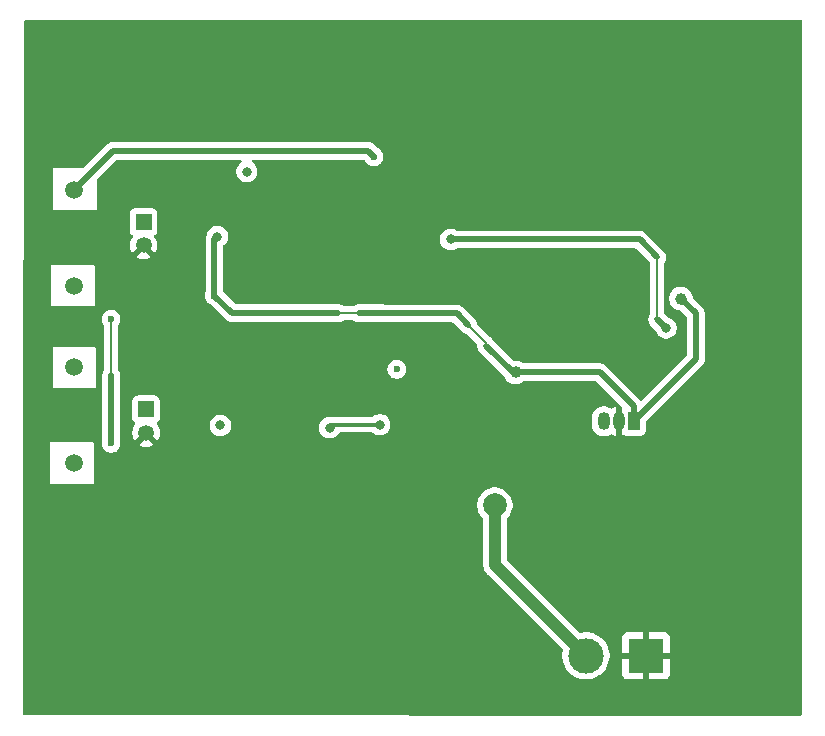
<source format=gbr>
%TF.GenerationSoftware,KiCad,Pcbnew,9.0.4*%
%TF.CreationDate,2025-09-08T12:57:19+12:00*%
%TF.ProjectId,doneIThink,646f6e65-4954-4686-996e-6b2e6b696361,rev?*%
%TF.SameCoordinates,Original*%
%TF.FileFunction,Copper,L2,Bot*%
%TF.FilePolarity,Positive*%
%FSLAX46Y46*%
G04 Gerber Fmt 4.6, Leading zero omitted, Abs format (unit mm)*
G04 Created by KiCad (PCBNEW 9.0.4) date 2025-09-08 12:57:19*
%MOMM*%
%LPD*%
G01*
G04 APERTURE LIST*
%TA.AperFunction,ComponentPad*%
%ADD10R,1.350000X1.350000*%
%TD*%
%TA.AperFunction,ComponentPad*%
%ADD11C,1.350000*%
%TD*%
%TA.AperFunction,ComponentPad*%
%ADD12R,1.050000X1.500000*%
%TD*%
%TA.AperFunction,ComponentPad*%
%ADD13O,1.050000X1.500000*%
%TD*%
%TA.AperFunction,ComponentPad*%
%ADD14R,3.000000X3.000000*%
%TD*%
%TA.AperFunction,ComponentPad*%
%ADD15C,3.000000*%
%TD*%
%TA.AperFunction,ViaPad*%
%ADD16C,0.600000*%
%TD*%
%TA.AperFunction,ViaPad*%
%ADD17C,0.800000*%
%TD*%
%TA.AperFunction,ViaPad*%
%ADD18C,1.500000*%
%TD*%
%TA.AperFunction,ViaPad*%
%ADD19C,2.000000*%
%TD*%
%TA.AperFunction,ViaPad*%
%ADD20C,1.000000*%
%TD*%
%TA.AperFunction,Conductor*%
%ADD21C,0.200000*%
%TD*%
%TA.AperFunction,Conductor*%
%ADD22C,0.300000*%
%TD*%
%TA.AperFunction,Conductor*%
%ADD23C,0.500000*%
%TD*%
%TA.AperFunction,Conductor*%
%ADD24C,1.000000*%
%TD*%
G04 APERTURE END LIST*
D10*
%TO.P,J3,1,Pin_1*%
%TO.N,/instrumentationAmp/vo*%
X180970000Y-76385000D03*
D11*
%TO.P,J3,2,Pin_2*%
%TO.N,GNDA*%
X180970000Y-78385000D03*
%TD*%
D10*
%TO.P,J7,1,Pin_1*%
%TO.N,/instrumentationAmp1/vo*%
X180750000Y-60500000D03*
D11*
%TO.P,J7,2,Pin_2*%
%TO.N,GNDA*%
X180750000Y-62500000D03*
%TD*%
D12*
%TO.P,U1,1,VO*%
%TO.N,/vp*%
X222270000Y-77390000D03*
D13*
%TO.P,U1,2,GND*%
%TO.N,GNDA*%
X221000000Y-77390000D03*
%TO.P,U1,3,VI*%
%TO.N,Net-(J1-Pin_2)*%
X219730000Y-77390000D03*
%TD*%
D14*
%TO.P,J1,1,Pin_1*%
%TO.N,GNDA*%
X223290000Y-97250000D03*
D15*
%TO.P,J1,2,Pin_2*%
%TO.N,Net-(J1-Pin_2)*%
X218210000Y-97250000D03*
%TD*%
D16*
%TO.N,/vs1_11*%
X202200000Y-73000000D03*
D17*
%TO.N,GNDA*%
X196500000Y-75250000D03*
D16*
%TO.N,/vp*%
X178000000Y-79250000D03*
X178000000Y-68750000D03*
X186750000Y-66750000D03*
%TO.N,GNDA*%
X183500000Y-65000000D03*
D18*
%TO.N,/vs1_21*%
X174855555Y-65943703D03*
D16*
%TO.N,/vs2_22*%
X200250000Y-55000000D03*
D17*
%TO.N,GNDA*%
X218250000Y-72000000D03*
X222000000Y-64250000D03*
D19*
%TO.N,Net-(J1-Pin_2)*%
X210500000Y-84500000D03*
D18*
%TO.N,/vs2_22*%
X174857240Y-57801866D03*
D17*
%TO.N,/vp*%
X187000000Y-61750000D03*
D20*
X226250000Y-67000000D03*
D17*
X189500000Y-56250000D03*
D20*
X212250000Y-73250000D03*
D17*
X187250000Y-77750000D03*
D18*
%TO.N,/vs1_11*%
X174855555Y-72795555D03*
%TO.N,/vs2_12*%
X174855555Y-80943703D03*
D17*
%TO.N,Net-(U3-V-IN)*%
X196500000Y-77935000D03*
X200750000Y-77685000D03*
%TO.N,/vRef2*%
X206750000Y-62000000D03*
X225000000Y-69500000D03*
%TD*%
D21*
%TO.N,/vp*%
X178000000Y-68750000D02*
X178000000Y-73500000D01*
D22*
%TO.N,Net-(U3-V-IN)*%
X200750000Y-77685000D02*
X196750000Y-77685000D01*
D21*
%TO.N,/vRef2*%
X224250000Y-68750000D02*
X224250000Y-63500000D01*
D23*
X224250000Y-68750000D02*
X225000000Y-69500000D01*
D21*
%TO.N,/vp*%
X208250000Y-69250000D02*
X209750000Y-70750000D01*
X209750000Y-70750000D02*
X209750000Y-71000000D01*
D23*
X207260822Y-68260822D02*
X208250000Y-69250000D01*
X201000000Y-68250000D02*
X199000000Y-68250000D01*
D21*
X199000000Y-68250000D02*
X197250000Y-68250000D01*
D23*
X201010822Y-68260822D02*
X201000000Y-68250000D01*
X207260822Y-68260822D02*
X201010822Y-68260822D01*
X188250000Y-68250000D02*
X197250000Y-68250000D01*
X178000000Y-79250000D02*
X178000000Y-73500000D01*
%TO.N,/vRef2*%
X206750000Y-62000000D02*
X222750000Y-62000000D01*
X222750000Y-62000000D02*
X224250000Y-63500000D01*
%TO.N,/vs2_22*%
X200250000Y-55000000D02*
X199750000Y-54500000D01*
X199750000Y-54500000D02*
X178159106Y-54500000D01*
X178159106Y-54500000D02*
X174857240Y-57801866D01*
%TO.N,GNDA*%
X221000000Y-64250000D02*
X220500000Y-64750000D01*
X220500000Y-69750000D02*
X218250000Y-72000000D01*
X222000000Y-64250000D02*
X221000000Y-64250000D01*
X220500000Y-64750000D02*
X220500000Y-69750000D01*
D24*
%TO.N,Net-(J1-Pin_2)*%
X210500000Y-89540000D02*
X218210000Y-97250000D01*
X210500000Y-84500000D02*
X210500000Y-89540000D01*
D23*
%TO.N,/vp*%
X227500000Y-72160000D02*
X222270000Y-77390000D01*
X187000000Y-61750000D02*
X186750000Y-62000000D01*
X227500000Y-68250000D02*
X227500000Y-72160000D01*
X226250000Y-67000000D02*
X227500000Y-68250000D01*
X186750000Y-62000000D02*
X186750000Y-66750000D01*
X219380000Y-73250000D02*
X222270000Y-76140000D01*
X222270000Y-76140000D02*
X222270000Y-77390000D01*
X212250000Y-73250000D02*
X219380000Y-73250000D01*
X188250000Y-68250000D02*
X186750000Y-66750000D01*
X212250000Y-73250000D02*
X212000000Y-73250000D01*
X212000000Y-73250000D02*
X209750000Y-71000000D01*
%TD*%
%TA.AperFunction,Conductor*%
%TO.N,GNDA*%
G36*
X236460999Y-43439671D02*
G01*
X236506754Y-43492475D01*
X236517960Y-43543986D01*
X236517960Y-102180020D01*
X236498275Y-102247059D01*
X236445471Y-102292814D01*
X236393876Y-102304020D01*
X170636307Y-102259479D01*
X170569281Y-102239749D01*
X170523562Y-102186914D01*
X170512391Y-102135232D01*
X170518338Y-99148397D01*
X170547736Y-84381902D01*
X208999500Y-84381902D01*
X208999500Y-84618097D01*
X209036446Y-84851368D01*
X209109433Y-85075996D01*
X209216657Y-85286433D01*
X209355483Y-85477510D01*
X209355485Y-85477512D01*
X209463181Y-85585208D01*
X209496666Y-85646531D01*
X209499500Y-85672889D01*
X209499500Y-89638541D01*
X209499500Y-89638543D01*
X209499499Y-89638543D01*
X209537947Y-89831829D01*
X209537950Y-89831839D01*
X209613364Y-90013907D01*
X209613371Y-90013920D01*
X209722859Y-90177780D01*
X209722860Y-90177781D01*
X209722861Y-90177782D01*
X209862218Y-90317139D01*
X209862219Y-90317139D01*
X209869286Y-90324206D01*
X209869285Y-90324206D01*
X209869289Y-90324209D01*
X216226968Y-96681888D01*
X216260453Y-96743211D01*
X216259062Y-96801660D01*
X216243733Y-96858872D01*
X216243730Y-96858884D01*
X216243730Y-96858885D01*
X216243729Y-96858892D01*
X216209500Y-97118872D01*
X216209500Y-97381127D01*
X216221423Y-97471684D01*
X216243730Y-97641116D01*
X216268745Y-97734472D01*
X216311602Y-97894418D01*
X216311605Y-97894428D01*
X216411953Y-98136690D01*
X216411958Y-98136700D01*
X216543075Y-98363803D01*
X216702718Y-98571851D01*
X216702726Y-98571860D01*
X216888140Y-98757274D01*
X216888148Y-98757281D01*
X217096196Y-98916924D01*
X217323299Y-99048041D01*
X217323309Y-99048046D01*
X217466096Y-99107190D01*
X217565581Y-99148398D01*
X217818884Y-99216270D01*
X218067188Y-99248960D01*
X218075074Y-99249999D01*
X218078880Y-99250500D01*
X218078887Y-99250500D01*
X218341113Y-99250500D01*
X218341120Y-99250500D01*
X218601116Y-99216270D01*
X218854419Y-99148398D01*
X219096697Y-99048043D01*
X219323803Y-98916924D01*
X219531851Y-98757282D01*
X219531855Y-98757277D01*
X219531860Y-98757274D01*
X219717274Y-98571860D01*
X219717277Y-98571855D01*
X219717282Y-98571851D01*
X219876924Y-98363803D01*
X220008043Y-98136697D01*
X220108398Y-97894419D01*
X220176270Y-97641116D01*
X220210500Y-97381120D01*
X220210500Y-97118880D01*
X220176270Y-96858884D01*
X220108398Y-96605581D01*
X220060523Y-96490000D01*
X220008046Y-96363309D01*
X220008041Y-96363299D01*
X219876924Y-96136196D01*
X219717281Y-95928148D01*
X219717274Y-95928140D01*
X219531860Y-95742726D01*
X219531851Y-95742718D01*
X219478989Y-95702155D01*
X221290000Y-95702155D01*
X221290000Y-97000000D01*
X222570936Y-97000000D01*
X222559207Y-97028316D01*
X222530000Y-97175147D01*
X222530000Y-97324853D01*
X222559207Y-97471684D01*
X222570936Y-97500000D01*
X221290000Y-97500000D01*
X221290000Y-98797844D01*
X221296401Y-98857372D01*
X221296403Y-98857379D01*
X221346645Y-98992086D01*
X221346649Y-98992093D01*
X221432809Y-99107187D01*
X221432812Y-99107190D01*
X221547906Y-99193350D01*
X221547913Y-99193354D01*
X221682620Y-99243596D01*
X221682627Y-99243598D01*
X221742155Y-99249999D01*
X221742172Y-99250000D01*
X223040000Y-99250000D01*
X223040000Y-97969064D01*
X223068316Y-97980793D01*
X223215147Y-98010000D01*
X223364853Y-98010000D01*
X223511684Y-97980793D01*
X223540000Y-97969064D01*
X223540000Y-99250000D01*
X224837828Y-99250000D01*
X224837844Y-99249999D01*
X224897372Y-99243598D01*
X224897379Y-99243596D01*
X225032086Y-99193354D01*
X225032093Y-99193350D01*
X225147187Y-99107190D01*
X225147190Y-99107187D01*
X225233350Y-98992093D01*
X225233354Y-98992086D01*
X225283596Y-98857379D01*
X225283598Y-98857372D01*
X225289999Y-98797844D01*
X225290000Y-98797827D01*
X225290000Y-97500000D01*
X224009064Y-97500000D01*
X224020793Y-97471684D01*
X224050000Y-97324853D01*
X224050000Y-97175147D01*
X224020793Y-97028316D01*
X224009064Y-97000000D01*
X225290000Y-97000000D01*
X225290000Y-95702172D01*
X225289999Y-95702155D01*
X225283598Y-95642627D01*
X225283596Y-95642620D01*
X225233354Y-95507913D01*
X225233350Y-95507906D01*
X225147190Y-95392812D01*
X225147187Y-95392809D01*
X225032093Y-95306649D01*
X225032086Y-95306645D01*
X224897379Y-95256403D01*
X224897372Y-95256401D01*
X224837844Y-95250000D01*
X223540000Y-95250000D01*
X223540000Y-96530935D01*
X223511684Y-96519207D01*
X223364853Y-96490000D01*
X223215147Y-96490000D01*
X223068316Y-96519207D01*
X223040000Y-96530935D01*
X223040000Y-95250000D01*
X221742155Y-95250000D01*
X221682627Y-95256401D01*
X221682620Y-95256403D01*
X221547913Y-95306645D01*
X221547906Y-95306649D01*
X221432812Y-95392809D01*
X221432809Y-95392812D01*
X221346649Y-95507906D01*
X221346645Y-95507913D01*
X221296403Y-95642620D01*
X221296401Y-95642627D01*
X221290000Y-95702155D01*
X219478989Y-95702155D01*
X219323803Y-95583075D01*
X219096700Y-95451958D01*
X219096690Y-95451953D01*
X218854428Y-95351605D01*
X218854421Y-95351603D01*
X218854419Y-95351602D01*
X218601116Y-95283730D01*
X218543339Y-95276123D01*
X218341127Y-95249500D01*
X218341120Y-95249500D01*
X218078880Y-95249500D01*
X218078872Y-95249500D01*
X217831402Y-95282081D01*
X217818884Y-95283730D01*
X217818875Y-95283732D01*
X217818872Y-95283733D01*
X217761660Y-95299062D01*
X217691810Y-95297398D01*
X217641888Y-95266968D01*
X211536819Y-89161898D01*
X211503334Y-89100575D01*
X211500500Y-89074217D01*
X211500500Y-85672889D01*
X211520185Y-85605850D01*
X211536819Y-85585208D01*
X211644517Y-85477510D01*
X211783343Y-85286433D01*
X211890568Y-85075992D01*
X211963553Y-84851368D01*
X212000500Y-84618097D01*
X212000500Y-84381902D01*
X211963553Y-84148631D01*
X211890566Y-83924003D01*
X211783342Y-83713566D01*
X211644517Y-83522490D01*
X211477510Y-83355483D01*
X211286433Y-83216657D01*
X211075996Y-83109433D01*
X210851368Y-83036446D01*
X210618097Y-82999500D01*
X210618092Y-82999500D01*
X210381908Y-82999500D01*
X210381903Y-82999500D01*
X210148631Y-83036446D01*
X209924003Y-83109433D01*
X209713566Y-83216657D01*
X209604550Y-83295862D01*
X209522490Y-83355483D01*
X209522488Y-83355485D01*
X209522487Y-83355485D01*
X209355485Y-83522487D01*
X209355485Y-83522488D01*
X209355483Y-83522490D01*
X209295862Y-83604550D01*
X209216657Y-83713566D01*
X209109433Y-83924003D01*
X209036446Y-84148631D01*
X208999500Y-84381902D01*
X170547736Y-84381902D01*
X170556359Y-80050499D01*
X170557176Y-79640014D01*
X172837240Y-79640014D01*
X172837240Y-82680014D01*
X176477240Y-82680014D01*
X176517240Y-82640014D01*
X176517240Y-79260014D01*
X176407240Y-79150014D01*
X172837240Y-79150014D01*
X172837240Y-79640014D01*
X170557176Y-79640014D01*
X170558255Y-79098405D01*
X170573263Y-71560014D01*
X173077240Y-71560014D01*
X173077240Y-74600014D01*
X176717240Y-74600014D01*
X176757240Y-74560014D01*
X176757240Y-71180014D01*
X176647240Y-71070014D01*
X173077240Y-71070014D01*
X173077240Y-71560014D01*
X170573263Y-71560014D01*
X170574341Y-71018405D01*
X170579014Y-68671153D01*
X177199500Y-68671153D01*
X177199500Y-68828846D01*
X177230261Y-68983489D01*
X177230264Y-68983501D01*
X177290602Y-69129172D01*
X177290609Y-69129185D01*
X177378602Y-69260874D01*
X177399480Y-69327551D01*
X177399500Y-69329765D01*
X177399500Y-73010232D01*
X177379815Y-73077271D01*
X177378603Y-73079122D01*
X177334914Y-73144508D01*
X177278343Y-73281082D01*
X177278340Y-73281092D01*
X177249500Y-73426079D01*
X177249500Y-78945396D01*
X177240062Y-78992844D01*
X177236749Y-79000845D01*
X177230262Y-79016506D01*
X177230260Y-79016511D01*
X177199500Y-79171153D01*
X177199500Y-79328846D01*
X177230261Y-79483489D01*
X177230264Y-79483501D01*
X177290602Y-79629172D01*
X177290609Y-79629185D01*
X177378210Y-79760288D01*
X177378213Y-79760292D01*
X177489707Y-79871786D01*
X177489711Y-79871789D01*
X177620814Y-79959390D01*
X177620827Y-79959397D01*
X177766498Y-80019735D01*
X177766503Y-80019737D01*
X177921153Y-80050499D01*
X177921156Y-80050500D01*
X177921158Y-80050500D01*
X178078844Y-80050500D01*
X178078845Y-80050499D01*
X178233497Y-80019737D01*
X178379179Y-79959394D01*
X178510289Y-79871789D01*
X178621789Y-79760289D01*
X178709394Y-79629179D01*
X178769737Y-79483497D01*
X178800500Y-79328842D01*
X178800500Y-79171158D01*
X178800500Y-79171155D01*
X178800499Y-79171153D01*
X178769739Y-79016511D01*
X178769738Y-79016508D01*
X178769737Y-79016503D01*
X178759937Y-78992844D01*
X178750500Y-78945396D01*
X178750500Y-75662135D01*
X179794500Y-75662135D01*
X179794500Y-77107870D01*
X179794501Y-77107876D01*
X179800908Y-77167483D01*
X179851202Y-77302328D01*
X179851206Y-77302335D01*
X179937452Y-77417544D01*
X179937455Y-77417547D01*
X180022938Y-77481540D01*
X180064809Y-77537473D01*
X180069793Y-77607165D01*
X180048946Y-77653690D01*
X179965051Y-77769163D01*
X179881084Y-77933956D01*
X179881083Y-77933959D01*
X179823933Y-78109852D01*
X179795000Y-78292526D01*
X179795000Y-78477473D01*
X179823933Y-78660147D01*
X179881083Y-78836040D01*
X179881084Y-78836043D01*
X179965050Y-79000834D01*
X179980015Y-79021430D01*
X180570000Y-78431445D01*
X180570000Y-78437661D01*
X180597259Y-78539394D01*
X180649920Y-78630606D01*
X180724394Y-78705080D01*
X180815606Y-78757741D01*
X180917339Y-78785000D01*
X180923553Y-78785000D01*
X180333568Y-79374983D01*
X180333568Y-79374984D01*
X180354165Y-79389949D01*
X180518956Y-79473915D01*
X180518959Y-79473916D01*
X180694852Y-79531066D01*
X180877527Y-79560000D01*
X181062473Y-79560000D01*
X181245147Y-79531066D01*
X181421040Y-79473916D01*
X181421043Y-79473915D01*
X181585836Y-79389947D01*
X181585845Y-79389942D01*
X181606430Y-79374984D01*
X181606431Y-79374983D01*
X181016448Y-78785000D01*
X181022661Y-78785000D01*
X181124394Y-78757741D01*
X181215606Y-78705080D01*
X181290080Y-78630606D01*
X181342741Y-78539394D01*
X181370000Y-78437661D01*
X181370000Y-78431447D01*
X181959983Y-79021430D01*
X181959984Y-79021430D01*
X181974942Y-79000845D01*
X181974947Y-79000836D01*
X182058915Y-78836043D01*
X182058916Y-78836040D01*
X182116066Y-78660147D01*
X182145000Y-78477473D01*
X182145000Y-78292526D01*
X182116066Y-78109852D01*
X182058916Y-77933959D01*
X182058915Y-77933956D01*
X181974947Y-77769162D01*
X181945118Y-77728105D01*
X181945115Y-77728102D01*
X181896584Y-77661304D01*
X186349500Y-77661304D01*
X186349500Y-77838695D01*
X186384103Y-78012658D01*
X186384106Y-78012667D01*
X186451983Y-78176540D01*
X186451990Y-78176553D01*
X186550535Y-78324034D01*
X186550538Y-78324038D01*
X186675961Y-78449461D01*
X186675965Y-78449464D01*
X186823446Y-78548009D01*
X186823459Y-78548016D01*
X186946363Y-78598923D01*
X186987334Y-78615894D01*
X186987336Y-78615894D01*
X186987341Y-78615896D01*
X187161304Y-78650499D01*
X187161307Y-78650500D01*
X187161309Y-78650500D01*
X187338693Y-78650500D01*
X187338694Y-78650499D01*
X187419324Y-78634461D01*
X187512658Y-78615896D01*
X187512661Y-78615894D01*
X187512666Y-78615894D01*
X187676547Y-78548013D01*
X187824035Y-78449464D01*
X187949464Y-78324035D01*
X188048013Y-78176547D01*
X188115894Y-78012666D01*
X188128824Y-77947666D01*
X188138964Y-77896682D01*
X188148986Y-77846304D01*
X195599500Y-77846304D01*
X195599500Y-78023695D01*
X195634103Y-78197658D01*
X195634106Y-78197667D01*
X195701983Y-78361540D01*
X195701990Y-78361553D01*
X195800535Y-78509034D01*
X195800538Y-78509038D01*
X195925961Y-78634461D01*
X195925965Y-78634464D01*
X196073446Y-78733009D01*
X196073459Y-78733016D01*
X196133152Y-78757741D01*
X196237334Y-78800894D01*
X196237336Y-78800894D01*
X196237341Y-78800896D01*
X196411304Y-78835499D01*
X196411307Y-78835500D01*
X196411309Y-78835500D01*
X196588693Y-78835500D01*
X196588694Y-78835499D01*
X196646682Y-78823964D01*
X196762658Y-78800896D01*
X196762661Y-78800894D01*
X196762666Y-78800894D01*
X196926547Y-78733013D01*
X197074035Y-78634464D01*
X197199464Y-78509035D01*
X197278594Y-78390608D01*
X197332206Y-78345804D01*
X197381696Y-78335500D01*
X200075638Y-78335500D01*
X200142677Y-78355185D01*
X200163319Y-78371819D01*
X200175961Y-78384461D01*
X200175965Y-78384464D01*
X200323446Y-78483009D01*
X200323459Y-78483016D01*
X200446363Y-78533923D01*
X200487334Y-78550894D01*
X200487336Y-78550894D01*
X200487341Y-78550896D01*
X200661304Y-78585499D01*
X200661307Y-78585500D01*
X200661309Y-78585500D01*
X200838693Y-78585500D01*
X200838694Y-78585499D01*
X200896682Y-78573964D01*
X201012658Y-78550896D01*
X201012661Y-78550894D01*
X201012666Y-78550894D01*
X201176547Y-78483013D01*
X201324035Y-78384464D01*
X201449464Y-78259035D01*
X201548013Y-78111547D01*
X201615894Y-77947666D01*
X201622566Y-77914127D01*
X201650499Y-77773695D01*
X201650500Y-77773693D01*
X201650500Y-77596306D01*
X201650499Y-77596304D01*
X201615896Y-77422341D01*
X201615893Y-77422332D01*
X201613909Y-77417543D01*
X201590473Y-77360961D01*
X201548016Y-77258459D01*
X201548014Y-77258455D01*
X201548013Y-77258453D01*
X201449464Y-77110965D01*
X201449462Y-77110962D01*
X201324038Y-76985538D01*
X201324034Y-76985535D01*
X201176553Y-76886990D01*
X201176540Y-76886983D01*
X201012667Y-76819106D01*
X201012658Y-76819103D01*
X200838694Y-76784500D01*
X200838691Y-76784500D01*
X200661309Y-76784500D01*
X200661306Y-76784500D01*
X200487341Y-76819103D01*
X200487332Y-76819106D01*
X200323459Y-76886983D01*
X200323446Y-76886990D01*
X200175965Y-76985535D01*
X200175961Y-76985538D01*
X200163319Y-76998181D01*
X200101996Y-77031666D01*
X200075638Y-77034500D01*
X196685930Y-77034500D01*
X196661499Y-77039359D01*
X196613123Y-77039359D01*
X196588692Y-77034500D01*
X196588691Y-77034500D01*
X196411309Y-77034500D01*
X196411306Y-77034500D01*
X196237341Y-77069103D01*
X196237332Y-77069106D01*
X196073459Y-77136983D01*
X196073446Y-77136990D01*
X195925965Y-77235535D01*
X195925961Y-77235538D01*
X195800538Y-77360961D01*
X195800535Y-77360965D01*
X195701990Y-77508446D01*
X195701983Y-77508459D01*
X195634106Y-77672332D01*
X195634103Y-77672341D01*
X195599500Y-77846304D01*
X188148986Y-77846304D01*
X188150500Y-77838691D01*
X188150500Y-77661309D01*
X188150500Y-77661306D01*
X188150499Y-77661304D01*
X188115896Y-77487341D01*
X188115893Y-77487332D01*
X188048016Y-77323459D01*
X188048009Y-77323446D01*
X187949464Y-77175965D01*
X187949461Y-77175961D01*
X187824038Y-77050538D01*
X187824034Y-77050535D01*
X187676553Y-76951990D01*
X187676540Y-76951983D01*
X187512667Y-76884106D01*
X187512658Y-76884103D01*
X187338694Y-76849500D01*
X187338691Y-76849500D01*
X187161309Y-76849500D01*
X187161306Y-76849500D01*
X186987341Y-76884103D01*
X186987332Y-76884106D01*
X186823459Y-76951983D01*
X186823446Y-76951990D01*
X186675965Y-77050535D01*
X186675961Y-77050538D01*
X186550538Y-77175961D01*
X186550535Y-77175965D01*
X186451990Y-77323446D01*
X186451983Y-77323459D01*
X186384106Y-77487332D01*
X186384103Y-77487341D01*
X186349500Y-77661304D01*
X181896584Y-77661304D01*
X181891053Y-77653691D01*
X181867574Y-77587884D01*
X181883400Y-77519830D01*
X181917058Y-77481542D01*
X182002546Y-77417546D01*
X182088796Y-77302331D01*
X182139091Y-77167483D01*
X182145500Y-77107873D01*
X182145499Y-75662128D01*
X182139091Y-75602517D01*
X182088796Y-75467669D01*
X182088795Y-75467668D01*
X182088793Y-75467664D01*
X182002547Y-75352455D01*
X182002544Y-75352452D01*
X181887335Y-75266206D01*
X181887328Y-75266202D01*
X181752482Y-75215908D01*
X181752483Y-75215908D01*
X181692883Y-75209501D01*
X181692881Y-75209500D01*
X181692873Y-75209500D01*
X181692864Y-75209500D01*
X180247129Y-75209500D01*
X180247123Y-75209501D01*
X180187516Y-75215908D01*
X180052671Y-75266202D01*
X180052664Y-75266206D01*
X179937455Y-75352452D01*
X179937452Y-75352455D01*
X179851206Y-75467664D01*
X179851202Y-75467671D01*
X179800908Y-75602517D01*
X179795594Y-75651953D01*
X179794501Y-75662123D01*
X179794500Y-75662135D01*
X178750500Y-75662135D01*
X178750500Y-73426079D01*
X178721659Y-73281092D01*
X178721658Y-73281091D01*
X178721658Y-73281087D01*
X178665084Y-73144505D01*
X178621396Y-73079121D01*
X178615746Y-73061075D01*
X178605523Y-73045167D01*
X178601071Y-73014204D01*
X178600520Y-73012444D01*
X178600500Y-73010232D01*
X178600500Y-72921153D01*
X201399500Y-72921153D01*
X201399500Y-73078846D01*
X201430261Y-73233489D01*
X201430264Y-73233501D01*
X201490602Y-73379172D01*
X201490609Y-73379185D01*
X201578210Y-73510288D01*
X201578213Y-73510292D01*
X201689707Y-73621786D01*
X201689711Y-73621789D01*
X201820814Y-73709390D01*
X201820827Y-73709397D01*
X201966498Y-73769735D01*
X201966503Y-73769737D01*
X202121153Y-73800499D01*
X202121156Y-73800500D01*
X202121158Y-73800500D01*
X202278844Y-73800500D01*
X202278845Y-73800499D01*
X202433497Y-73769737D01*
X202579179Y-73709394D01*
X202710289Y-73621789D01*
X202821789Y-73510289D01*
X202909394Y-73379179D01*
X202969737Y-73233497D01*
X203000500Y-73078842D01*
X203000500Y-72921158D01*
X203000500Y-72921155D01*
X203000499Y-72921153D01*
X202969738Y-72766510D01*
X202969737Y-72766503D01*
X202928542Y-72667048D01*
X202909397Y-72620827D01*
X202909390Y-72620814D01*
X202821789Y-72489711D01*
X202821786Y-72489707D01*
X202710292Y-72378213D01*
X202710288Y-72378210D01*
X202579185Y-72290609D01*
X202579172Y-72290602D01*
X202433501Y-72230264D01*
X202433489Y-72230261D01*
X202278845Y-72199500D01*
X202278842Y-72199500D01*
X202121158Y-72199500D01*
X202121155Y-72199500D01*
X201966510Y-72230261D01*
X201966498Y-72230264D01*
X201820827Y-72290602D01*
X201820814Y-72290609D01*
X201689711Y-72378210D01*
X201689707Y-72378213D01*
X201578213Y-72489707D01*
X201578210Y-72489711D01*
X201490609Y-72620814D01*
X201490602Y-72620827D01*
X201430264Y-72766498D01*
X201430261Y-72766510D01*
X201399500Y-72921153D01*
X178600500Y-72921153D01*
X178600500Y-69329765D01*
X178620185Y-69262726D01*
X178621398Y-69260874D01*
X178643083Y-69228421D01*
X178709394Y-69129179D01*
X178769737Y-68983497D01*
X178800500Y-68828842D01*
X178800500Y-68671158D01*
X178800500Y-68671155D01*
X178800499Y-68671153D01*
X178793129Y-68634104D01*
X178769737Y-68516503D01*
X178719201Y-68394497D01*
X178709397Y-68370827D01*
X178709390Y-68370814D01*
X178621789Y-68239711D01*
X178621786Y-68239707D01*
X178510292Y-68128213D01*
X178510288Y-68128210D01*
X178379185Y-68040609D01*
X178379172Y-68040602D01*
X178233501Y-67980264D01*
X178233489Y-67980261D01*
X178078845Y-67949500D01*
X178078842Y-67949500D01*
X177921158Y-67949500D01*
X177921155Y-67949500D01*
X177766510Y-67980261D01*
X177766498Y-67980264D01*
X177620827Y-68040602D01*
X177620814Y-68040609D01*
X177489711Y-68128210D01*
X177489707Y-68128213D01*
X177378213Y-68239707D01*
X177378210Y-68239711D01*
X177290609Y-68370814D01*
X177290602Y-68370827D01*
X177230264Y-68516498D01*
X177230261Y-68516510D01*
X177199500Y-68671153D01*
X170579014Y-68671153D01*
X170579027Y-68664819D01*
X170587080Y-64620014D01*
X172937240Y-64620014D01*
X172937240Y-67660014D01*
X176577240Y-67660014D01*
X176617240Y-67620014D01*
X176617240Y-66671158D01*
X185949500Y-66671158D01*
X185949500Y-66679001D01*
X185949500Y-66828846D01*
X185980261Y-66983489D01*
X185980264Y-66983501D01*
X186040602Y-67129172D01*
X186040609Y-67129185D01*
X186128210Y-67260288D01*
X186128213Y-67260292D01*
X186239710Y-67371789D01*
X186370815Y-67459390D01*
X186370821Y-67459394D01*
X186394475Y-67469191D01*
X186434703Y-67496071D01*
X187771580Y-68832948D01*
X187771584Y-68832951D01*
X187894498Y-68915080D01*
X187894511Y-68915087D01*
X188031082Y-68971656D01*
X188031087Y-68971658D01*
X188031091Y-68971658D01*
X188031092Y-68971659D01*
X188176079Y-69000500D01*
X188176082Y-69000500D01*
X197323920Y-69000500D01*
X197421462Y-68981096D01*
X197468913Y-68971658D01*
X197605495Y-68915084D01*
X197670876Y-68871398D01*
X197737553Y-68850520D01*
X197739767Y-68850500D01*
X198510233Y-68850500D01*
X198577272Y-68870185D01*
X198579124Y-68871398D01*
X198644498Y-68915080D01*
X198644511Y-68915087D01*
X198781082Y-68971656D01*
X198781087Y-68971658D01*
X198781091Y-68971658D01*
X198781092Y-68971659D01*
X198926079Y-69000500D01*
X198926082Y-69000500D01*
X200870286Y-69000500D01*
X200894478Y-69002883D01*
X200936902Y-69011322D01*
X200936904Y-69011322D01*
X200936905Y-69011322D01*
X201084740Y-69011322D01*
X206898592Y-69011322D01*
X206965631Y-69031007D01*
X206986273Y-69047641D01*
X207771578Y-69832947D01*
X207771581Y-69832949D01*
X207771584Y-69832952D01*
X207894506Y-69915084D01*
X208031088Y-69971658D01*
X208108211Y-69986999D01*
X208170119Y-70019382D01*
X208171699Y-70020934D01*
X208965465Y-70814700D01*
X208998950Y-70876023D01*
X208999346Y-70919944D01*
X209000097Y-70920018D01*
X208999500Y-70926080D01*
X208999500Y-70926083D01*
X208999500Y-71073917D01*
X208999500Y-71073919D01*
X208999499Y-71073919D01*
X209028340Y-71218906D01*
X209028342Y-71218912D01*
X209084916Y-71355494D01*
X209167048Y-71478416D01*
X209167051Y-71478419D01*
X209167052Y-71478420D01*
X209167052Y-71478421D01*
X211311151Y-73622518D01*
X211338031Y-73662746D01*
X211363366Y-73723910D01*
X211363371Y-73723920D01*
X211472860Y-73887781D01*
X211472863Y-73887785D01*
X211612214Y-74027136D01*
X211612218Y-74027139D01*
X211776079Y-74136628D01*
X211776092Y-74136635D01*
X211958160Y-74212049D01*
X211958165Y-74212051D01*
X211958169Y-74212051D01*
X211958170Y-74212052D01*
X212151456Y-74250500D01*
X212151459Y-74250500D01*
X212348543Y-74250500D01*
X212478582Y-74224632D01*
X212541835Y-74212051D01*
X212723914Y-74136632D01*
X212887782Y-74027139D01*
X212887781Y-74027139D01*
X212892847Y-74023755D01*
X212893867Y-74025282D01*
X212950255Y-74001334D01*
X212964610Y-74000500D01*
X219017770Y-74000500D01*
X219084809Y-74020185D01*
X219105451Y-74036819D01*
X221213681Y-76145048D01*
X221247166Y-76206371D01*
X221250000Y-76232729D01*
X221250000Y-76534329D01*
X221249289Y-76547584D01*
X221244500Y-76592127D01*
X221244500Y-77104170D01*
X221230255Y-77089925D01*
X221144745Y-77040556D01*
X221049370Y-77015000D01*
X220950630Y-77015000D01*
X220855255Y-77040556D01*
X220769745Y-77089925D01*
X220755500Y-77104170D01*
X220755500Y-77063997D01*
X220752383Y-77048326D01*
X220750000Y-77024134D01*
X220750000Y-76169646D01*
X220749999Y-76169645D01*
X220701022Y-76179388D01*
X220701015Y-76179390D01*
X220514481Y-76256654D01*
X220514479Y-76256655D01*
X220434337Y-76310204D01*
X220367660Y-76331081D01*
X220300280Y-76312596D01*
X220296558Y-76310204D01*
X220215754Y-76256212D01*
X220029127Y-76178909D01*
X220029119Y-76178907D01*
X219831007Y-76139500D01*
X219831003Y-76139500D01*
X219628997Y-76139500D01*
X219628992Y-76139500D01*
X219430880Y-76178907D01*
X219430872Y-76178909D01*
X219244247Y-76256212D01*
X219244237Y-76256217D01*
X219076281Y-76368441D01*
X218933441Y-76511281D01*
X218821217Y-76679237D01*
X218821212Y-76679247D01*
X218743909Y-76865872D01*
X218743907Y-76865880D01*
X218704500Y-77063992D01*
X218704500Y-77716007D01*
X218743907Y-77914119D01*
X218743909Y-77914127D01*
X218821212Y-78100752D01*
X218821217Y-78100762D01*
X218933441Y-78268718D01*
X219076281Y-78411558D01*
X219244237Y-78523782D01*
X219244241Y-78523784D01*
X219244244Y-78523786D01*
X219430873Y-78601091D01*
X219596777Y-78634091D01*
X219628992Y-78640499D01*
X219628996Y-78640500D01*
X219628997Y-78640500D01*
X219831004Y-78640500D01*
X219831005Y-78640499D01*
X220029127Y-78601091D01*
X220215756Y-78523786D01*
X220296562Y-78469792D01*
X220363234Y-78448917D01*
X220430614Y-78467401D01*
X220434340Y-78469795D01*
X220514479Y-78523343D01*
X220514486Y-78523347D01*
X220701016Y-78600609D01*
X220701025Y-78600612D01*
X220750000Y-78610353D01*
X220750000Y-77755865D01*
X220752383Y-77731671D01*
X220753093Y-77728105D01*
X220755500Y-77716003D01*
X220755500Y-77675830D01*
X220769745Y-77690075D01*
X220855255Y-77739444D01*
X220950630Y-77765000D01*
X221049370Y-77765000D01*
X221144745Y-77739444D01*
X221230255Y-77690075D01*
X221244501Y-77675829D01*
X221244501Y-78187874D01*
X221249290Y-78232421D01*
X221250000Y-78245675D01*
X221250000Y-78610352D01*
X221298974Y-78600611D01*
X221298978Y-78600610D01*
X221379333Y-78567326D01*
X221448802Y-78559857D01*
X221494725Y-78579845D01*
X221494888Y-78579547D01*
X221498220Y-78581366D01*
X221501095Y-78582618D01*
X221502668Y-78583795D01*
X221502670Y-78583797D01*
X221637517Y-78634091D01*
X221637516Y-78634091D01*
X221640958Y-78634461D01*
X221697127Y-78640500D01*
X222842872Y-78640499D01*
X222902483Y-78634091D01*
X223037331Y-78583796D01*
X223152546Y-78497546D01*
X223238796Y-78382331D01*
X223289091Y-78247483D01*
X223295500Y-78187873D01*
X223295499Y-77477228D01*
X223315183Y-77410190D01*
X223331813Y-77389553D01*
X228082952Y-72638416D01*
X228132186Y-72564729D01*
X228165084Y-72515495D01*
X228221658Y-72378913D01*
X228246983Y-72251600D01*
X228250500Y-72233920D01*
X228250500Y-68176079D01*
X228221659Y-68031092D01*
X228221658Y-68031091D01*
X228221658Y-68031087D01*
X228219726Y-68026423D01*
X228165086Y-67894509D01*
X228165085Y-67894507D01*
X228159820Y-67886628D01*
X228132186Y-67845270D01*
X228086662Y-67777136D01*
X228082956Y-67771589D01*
X228082952Y-67771584D01*
X227285989Y-66974621D01*
X227252504Y-66913298D01*
X227251168Y-66904815D01*
X227212052Y-66708170D01*
X227212051Y-66708169D01*
X227212051Y-66708165D01*
X227196722Y-66671158D01*
X227136635Y-66526092D01*
X227136628Y-66526079D01*
X227027139Y-66362218D01*
X227027136Y-66362214D01*
X226887785Y-66222863D01*
X226887781Y-66222860D01*
X226723920Y-66113371D01*
X226723907Y-66113364D01*
X226541839Y-66037950D01*
X226541829Y-66037947D01*
X226348543Y-65999500D01*
X226348541Y-65999500D01*
X226151459Y-65999500D01*
X226151457Y-65999500D01*
X225958170Y-66037947D01*
X225958160Y-66037950D01*
X225776092Y-66113364D01*
X225776079Y-66113371D01*
X225612218Y-66222860D01*
X225612214Y-66222863D01*
X225472863Y-66362214D01*
X225472860Y-66362218D01*
X225363371Y-66526079D01*
X225363364Y-66526092D01*
X225287950Y-66708160D01*
X225287947Y-66708170D01*
X225249500Y-66901456D01*
X225249500Y-66901459D01*
X225249500Y-67098541D01*
X225249500Y-67098543D01*
X225249499Y-67098543D01*
X225287947Y-67291829D01*
X225287950Y-67291839D01*
X225363364Y-67473907D01*
X225363371Y-67473920D01*
X225472860Y-67637781D01*
X225472863Y-67637785D01*
X225612214Y-67777136D01*
X225612218Y-67777139D01*
X225776079Y-67886628D01*
X225776092Y-67886635D01*
X225927864Y-67949500D01*
X225958165Y-67962051D01*
X225958169Y-67962051D01*
X225958170Y-67962052D01*
X226157434Y-68001689D01*
X226157075Y-68003491D01*
X226213876Y-68026423D01*
X226224621Y-68035989D01*
X226713181Y-68524549D01*
X226746666Y-68585872D01*
X226749500Y-68612230D01*
X226749500Y-71797769D01*
X226729815Y-71864808D01*
X226713181Y-71885450D01*
X222982680Y-75615950D01*
X222974734Y-75620288D01*
X222969310Y-75627535D01*
X222944550Y-75636770D01*
X222921357Y-75649435D01*
X222912327Y-75648789D01*
X222903846Y-75651953D01*
X222878023Y-75646336D01*
X222851665Y-75644451D01*
X222842612Y-75638633D01*
X222835573Y-75637102D01*
X222807319Y-75615951D01*
X222748417Y-75557050D01*
X222748416Y-75557049D01*
X219858415Y-72667047D01*
X219858413Y-72667045D01*
X219809179Y-72634150D01*
X219776355Y-72612218D01*
X219735495Y-72584916D01*
X219735494Y-72584915D01*
X219735492Y-72584914D01*
X219735490Y-72584913D01*
X219598917Y-72528343D01*
X219598907Y-72528340D01*
X219453920Y-72499500D01*
X219453918Y-72499500D01*
X212964610Y-72499500D01*
X212897571Y-72479815D01*
X212890641Y-72474771D01*
X212723920Y-72363371D01*
X212723907Y-72363364D01*
X212541839Y-72287950D01*
X212541829Y-72287947D01*
X212348543Y-72249500D01*
X212348541Y-72249500D01*
X212151459Y-72249500D01*
X212151458Y-72249500D01*
X212140899Y-72251600D01*
X212071308Y-72245371D01*
X212029030Y-72217663D01*
X211166864Y-71355497D01*
X210293792Y-70482424D01*
X210274085Y-70456742D01*
X210241614Y-70400500D01*
X210230520Y-70381284D01*
X210118716Y-70269480D01*
X210118715Y-70269479D01*
X210114385Y-70265149D01*
X210114374Y-70265139D01*
X209020934Y-69171699D01*
X208987449Y-69110376D01*
X208987024Y-69108339D01*
X208971658Y-69031088D01*
X208915084Y-68894506D01*
X208832952Y-68771584D01*
X208832947Y-68771579D01*
X208832947Y-68771578D01*
X207739243Y-67677874D01*
X207739236Y-67677868D01*
X207665551Y-67628634D01*
X207665551Y-67628635D01*
X207616313Y-67595735D01*
X207479739Y-67539165D01*
X207479729Y-67539162D01*
X207334742Y-67510322D01*
X207334740Y-67510322D01*
X201140536Y-67510322D01*
X201116344Y-67507939D01*
X201073920Y-67499500D01*
X201073918Y-67499500D01*
X198926082Y-67499500D01*
X198926080Y-67499500D01*
X198781092Y-67528340D01*
X198781082Y-67528343D01*
X198644511Y-67584912D01*
X198644498Y-67584919D01*
X198579124Y-67628602D01*
X198512447Y-67649480D01*
X198510233Y-67649500D01*
X197739767Y-67649500D01*
X197672728Y-67629815D01*
X197670876Y-67628602D01*
X197605501Y-67584919D01*
X197605488Y-67584912D01*
X197468917Y-67528343D01*
X197468907Y-67528340D01*
X197323920Y-67499500D01*
X197323918Y-67499500D01*
X188612229Y-67499500D01*
X188545190Y-67479815D01*
X188524548Y-67463181D01*
X187536819Y-66475451D01*
X187503334Y-66414128D01*
X187500500Y-66387770D01*
X187500500Y-62564877D01*
X187520185Y-62497838D01*
X187555609Y-62461775D01*
X187574035Y-62449464D01*
X187699464Y-62324035D01*
X187798013Y-62176547D01*
X187865894Y-62012666D01*
X187883117Y-61926082D01*
X187886057Y-61911304D01*
X205849500Y-61911304D01*
X205849500Y-62088695D01*
X205884103Y-62262658D01*
X205884106Y-62262667D01*
X205951983Y-62426540D01*
X205951990Y-62426553D01*
X206050535Y-62574034D01*
X206050538Y-62574038D01*
X206175961Y-62699461D01*
X206175965Y-62699464D01*
X206323446Y-62798009D01*
X206323459Y-62798016D01*
X206446363Y-62848923D01*
X206487334Y-62865894D01*
X206487336Y-62865894D01*
X206487341Y-62865896D01*
X206661304Y-62900499D01*
X206661307Y-62900500D01*
X206661309Y-62900500D01*
X206838693Y-62900500D01*
X206838694Y-62900499D01*
X206896682Y-62888964D01*
X207012658Y-62865896D01*
X207012661Y-62865894D01*
X207012666Y-62865894D01*
X207176547Y-62798013D01*
X207176550Y-62798010D01*
X207176552Y-62798010D01*
X207216378Y-62771399D01*
X207283055Y-62750520D01*
X207285270Y-62750500D01*
X222387770Y-62750500D01*
X222454809Y-62770185D01*
X222475451Y-62786819D01*
X223613181Y-63924548D01*
X223646666Y-63985871D01*
X223649500Y-64012229D01*
X223649500Y-68260232D01*
X223629815Y-68327271D01*
X223628603Y-68329121D01*
X223584921Y-68394497D01*
X223584914Y-68394509D01*
X223528342Y-68531087D01*
X223528340Y-68531093D01*
X223499500Y-68676080D01*
X223499500Y-68676083D01*
X223499500Y-68823917D01*
X223499500Y-68823919D01*
X223499499Y-68823919D01*
X223528340Y-68968906D01*
X223528342Y-68968912D01*
X223571646Y-69073459D01*
X223584916Y-69105494D01*
X223667048Y-69228416D01*
X223667052Y-69228420D01*
X223667052Y-69228421D01*
X224090823Y-69652191D01*
X224124308Y-69713514D01*
X224124759Y-69715680D01*
X224134104Y-69762660D01*
X224134106Y-69762668D01*
X224201983Y-69926540D01*
X224201990Y-69926553D01*
X224300535Y-70074034D01*
X224300538Y-70074038D01*
X224425961Y-70199461D01*
X224425965Y-70199464D01*
X224573446Y-70298009D01*
X224573459Y-70298016D01*
X224696363Y-70348923D01*
X224737334Y-70365894D01*
X224737336Y-70365894D01*
X224737341Y-70365896D01*
X224911304Y-70400499D01*
X224911307Y-70400500D01*
X224911309Y-70400500D01*
X225088693Y-70400500D01*
X225088694Y-70400499D01*
X225185296Y-70381284D01*
X225262658Y-70365896D01*
X225262661Y-70365894D01*
X225262666Y-70365894D01*
X225426547Y-70298013D01*
X225574035Y-70199464D01*
X225699464Y-70074035D01*
X225798013Y-69926547D01*
X225865894Y-69762666D01*
X225900500Y-69588691D01*
X225900500Y-69411309D01*
X225900500Y-69411306D01*
X225900499Y-69411304D01*
X225865896Y-69237341D01*
X225865893Y-69237332D01*
X225798016Y-69073459D01*
X225798009Y-69073446D01*
X225699464Y-68925965D01*
X225699461Y-68925961D01*
X225574038Y-68800538D01*
X225574034Y-68800535D01*
X225426553Y-68701990D01*
X225426540Y-68701983D01*
X225262668Y-68634106D01*
X225262660Y-68634104D01*
X225215680Y-68624759D01*
X225153769Y-68592374D01*
X225152191Y-68590823D01*
X224886819Y-68325451D01*
X224853334Y-68264128D01*
X224850500Y-68237770D01*
X224850500Y-63989766D01*
X224870185Y-63922727D01*
X224871398Y-63920875D01*
X224915080Y-63855500D01*
X224915080Y-63855499D01*
X224915084Y-63855494D01*
X224971658Y-63718912D01*
X224986148Y-63646066D01*
X225000500Y-63573919D01*
X225000500Y-63426079D01*
X224971659Y-63281092D01*
X224971658Y-63281091D01*
X224971658Y-63281087D01*
X224971656Y-63281082D01*
X224915087Y-63144511D01*
X224915080Y-63144498D01*
X224832951Y-63021584D01*
X224832948Y-63021580D01*
X223228421Y-61417052D01*
X223228414Y-61417046D01*
X223151857Y-61365893D01*
X223151857Y-61365894D01*
X223105491Y-61334913D01*
X222968917Y-61278343D01*
X222968907Y-61278340D01*
X222823920Y-61249500D01*
X222823918Y-61249500D01*
X207285270Y-61249500D01*
X207218231Y-61229815D01*
X207216378Y-61228601D01*
X207176552Y-61201989D01*
X207176547Y-61201987D01*
X207012667Y-61134106D01*
X207012658Y-61134103D01*
X206838694Y-61099500D01*
X206838691Y-61099500D01*
X206661309Y-61099500D01*
X206661306Y-61099500D01*
X206487341Y-61134103D01*
X206487332Y-61134106D01*
X206323459Y-61201983D01*
X206323446Y-61201990D01*
X206175965Y-61300535D01*
X206175961Y-61300538D01*
X206050538Y-61425961D01*
X206050535Y-61425965D01*
X205951990Y-61573446D01*
X205951983Y-61573459D01*
X205884106Y-61737332D01*
X205884103Y-61737341D01*
X205849500Y-61911304D01*
X187886057Y-61911304D01*
X187892080Y-61881025D01*
X187892080Y-61881024D01*
X187900499Y-61838695D01*
X187900500Y-61838693D01*
X187900500Y-61661306D01*
X187900499Y-61661304D01*
X187865896Y-61487341D01*
X187865893Y-61487332D01*
X187798016Y-61323459D01*
X187798009Y-61323446D01*
X187699464Y-61175965D01*
X187699461Y-61175961D01*
X187574038Y-61050538D01*
X187574034Y-61050535D01*
X187426553Y-60951990D01*
X187426540Y-60951983D01*
X187262667Y-60884106D01*
X187262658Y-60884103D01*
X187088694Y-60849500D01*
X187088691Y-60849500D01*
X186911309Y-60849500D01*
X186911306Y-60849500D01*
X186737341Y-60884103D01*
X186737332Y-60884106D01*
X186573459Y-60951983D01*
X186573446Y-60951990D01*
X186425965Y-61050535D01*
X186425961Y-61050538D01*
X186300538Y-61175961D01*
X186300535Y-61175965D01*
X186201990Y-61323446D01*
X186201983Y-61323459D01*
X186134107Y-61487329D01*
X186134104Y-61487339D01*
X186115252Y-61582113D01*
X186096741Y-61626806D01*
X186084916Y-61644505D01*
X186028342Y-61781086D01*
X186028340Y-61781092D01*
X185999500Y-61926079D01*
X185999500Y-66445396D01*
X185998049Y-66452687D01*
X185996408Y-66472916D01*
X185994079Y-66483147D01*
X185980263Y-66516503D01*
X185949500Y-66671158D01*
X176617240Y-66671158D01*
X176617240Y-64240014D01*
X176507240Y-64130014D01*
X172937240Y-64130014D01*
X172937240Y-64620014D01*
X170587080Y-64620014D01*
X170588158Y-64078405D01*
X170589424Y-63442477D01*
X170596721Y-59777135D01*
X179574500Y-59777135D01*
X179574500Y-61222870D01*
X179574501Y-61222876D01*
X179580908Y-61282483D01*
X179631202Y-61417328D01*
X179631206Y-61417335D01*
X179717452Y-61532544D01*
X179717455Y-61532547D01*
X179802938Y-61596540D01*
X179844809Y-61652473D01*
X179849793Y-61722165D01*
X179828946Y-61768690D01*
X179745051Y-61884163D01*
X179661084Y-62048956D01*
X179661083Y-62048959D01*
X179603933Y-62224852D01*
X179575000Y-62407526D01*
X179575000Y-62592473D01*
X179603933Y-62775147D01*
X179661083Y-62951040D01*
X179661084Y-62951043D01*
X179745050Y-63115834D01*
X179760015Y-63136430D01*
X180350000Y-62546445D01*
X180350000Y-62552661D01*
X180377259Y-62654394D01*
X180429920Y-62745606D01*
X180504394Y-62820080D01*
X180595606Y-62872741D01*
X180697339Y-62900000D01*
X180703553Y-62900000D01*
X180113568Y-63489983D01*
X180113568Y-63489984D01*
X180134165Y-63504949D01*
X180298956Y-63588915D01*
X180298959Y-63588916D01*
X180474852Y-63646066D01*
X180657527Y-63675000D01*
X180842473Y-63675000D01*
X181025147Y-63646066D01*
X181201040Y-63588916D01*
X181201043Y-63588915D01*
X181365836Y-63504947D01*
X181365845Y-63504942D01*
X181386430Y-63489984D01*
X181386431Y-63489983D01*
X180796448Y-62900000D01*
X180802661Y-62900000D01*
X180904394Y-62872741D01*
X180995606Y-62820080D01*
X181070080Y-62745606D01*
X181122741Y-62654394D01*
X181150000Y-62552661D01*
X181150000Y-62546447D01*
X181739983Y-63136430D01*
X181739984Y-63136430D01*
X181754942Y-63115845D01*
X181754947Y-63115836D01*
X181838915Y-62951043D01*
X181838916Y-62951040D01*
X181896066Y-62775147D01*
X181925000Y-62592473D01*
X181925000Y-62407526D01*
X181896066Y-62224852D01*
X181838916Y-62048959D01*
X181838915Y-62048956D01*
X181754947Y-61884161D01*
X181671054Y-61768691D01*
X181647574Y-61702884D01*
X181663400Y-61634831D01*
X181697058Y-61596542D01*
X181782546Y-61532546D01*
X181868796Y-61417331D01*
X181919091Y-61282483D01*
X181925500Y-61222873D01*
X181925499Y-59777128D01*
X181919091Y-59717517D01*
X181868796Y-59582669D01*
X181868795Y-59582668D01*
X181868793Y-59582664D01*
X181782547Y-59467455D01*
X181782544Y-59467452D01*
X181667335Y-59381206D01*
X181667328Y-59381202D01*
X181532482Y-59330908D01*
X181532483Y-59330908D01*
X181472883Y-59324501D01*
X181472881Y-59324500D01*
X181472873Y-59324500D01*
X181472864Y-59324500D01*
X180027129Y-59324500D01*
X180027123Y-59324501D01*
X179967516Y-59330908D01*
X179832671Y-59381202D01*
X179832664Y-59381206D01*
X179717455Y-59467452D01*
X179717452Y-59467455D01*
X179631206Y-59582664D01*
X179631202Y-59582671D01*
X179580908Y-59717517D01*
X179574501Y-59777116D01*
X179574501Y-59777123D01*
X179574500Y-59777135D01*
X170596721Y-59777135D01*
X170596728Y-59773559D01*
X170597108Y-59582664D01*
X170604320Y-55960014D01*
X173127240Y-55960014D01*
X173127240Y-56450014D01*
X173127240Y-59490014D01*
X176767240Y-59490014D01*
X176807240Y-59450014D01*
X176807240Y-56964595D01*
X176826925Y-56897556D01*
X176843559Y-56876914D01*
X178433654Y-55286819D01*
X178494977Y-55253334D01*
X178521335Y-55250500D01*
X188966226Y-55250500D01*
X189033265Y-55270185D01*
X189079020Y-55322989D01*
X189088964Y-55392147D01*
X189059939Y-55455703D01*
X189035117Y-55477602D01*
X188925965Y-55550535D01*
X188925961Y-55550538D01*
X188800538Y-55675961D01*
X188800535Y-55675965D01*
X188701990Y-55823446D01*
X188701983Y-55823459D01*
X188634106Y-55987332D01*
X188634103Y-55987341D01*
X188599500Y-56161304D01*
X188599500Y-56338695D01*
X188634103Y-56512658D01*
X188634106Y-56512667D01*
X188701983Y-56676540D01*
X188701990Y-56676553D01*
X188800535Y-56824034D01*
X188800538Y-56824038D01*
X188925961Y-56949461D01*
X188925965Y-56949464D01*
X189073446Y-57048009D01*
X189073459Y-57048016D01*
X189196363Y-57098923D01*
X189237334Y-57115894D01*
X189237336Y-57115894D01*
X189237341Y-57115896D01*
X189411304Y-57150499D01*
X189411307Y-57150500D01*
X189411309Y-57150500D01*
X189588693Y-57150500D01*
X189588694Y-57150499D01*
X189646682Y-57138964D01*
X189762658Y-57115896D01*
X189762661Y-57115894D01*
X189762666Y-57115894D01*
X189926547Y-57048013D01*
X190074035Y-56949464D01*
X190199464Y-56824035D01*
X190298013Y-56676547D01*
X190365894Y-56512666D01*
X190378357Y-56450014D01*
X190400499Y-56338695D01*
X190400500Y-56338693D01*
X190400500Y-56161306D01*
X190400499Y-56161304D01*
X190365896Y-55987341D01*
X190365893Y-55987332D01*
X190298016Y-55823459D01*
X190298009Y-55823446D01*
X190199464Y-55675965D01*
X190199461Y-55675961D01*
X190074038Y-55550538D01*
X190074034Y-55550535D01*
X189964883Y-55477602D01*
X189920078Y-55423990D01*
X189911371Y-55354665D01*
X189941526Y-55291637D01*
X190000969Y-55254918D01*
X190033774Y-55250500D01*
X199387770Y-55250500D01*
X199417210Y-55259144D01*
X199447197Y-55265668D01*
X199452212Y-55269422D01*
X199454809Y-55270185D01*
X199475451Y-55286819D01*
X199503927Y-55315295D01*
X199530807Y-55355523D01*
X199540604Y-55379175D01*
X199540609Y-55379185D01*
X199628210Y-55510288D01*
X199628213Y-55510292D01*
X199739707Y-55621786D01*
X199739711Y-55621789D01*
X199870814Y-55709390D01*
X199870827Y-55709397D01*
X200016498Y-55769735D01*
X200016503Y-55769737D01*
X200171153Y-55800499D01*
X200171156Y-55800500D01*
X200171158Y-55800500D01*
X200328844Y-55800500D01*
X200328845Y-55800499D01*
X200483497Y-55769737D01*
X200629179Y-55709394D01*
X200760289Y-55621789D01*
X200871789Y-55510289D01*
X200959394Y-55379179D01*
X201019737Y-55233497D01*
X201050500Y-55078842D01*
X201050500Y-54921158D01*
X201050500Y-54921155D01*
X201050499Y-54921153D01*
X201019738Y-54766510D01*
X201019737Y-54766503D01*
X201019735Y-54766498D01*
X200959397Y-54620827D01*
X200959390Y-54620814D01*
X200871789Y-54489711D01*
X200871786Y-54489707D01*
X200760292Y-54378213D01*
X200760288Y-54378210D01*
X200629185Y-54290609D01*
X200629175Y-54290604D01*
X200605523Y-54280807D01*
X200565295Y-54253927D01*
X200228421Y-53917052D01*
X200228414Y-53917046D01*
X200154729Y-53867812D01*
X200154729Y-53867813D01*
X200105491Y-53834913D01*
X199968917Y-53778343D01*
X199968907Y-53778340D01*
X199823920Y-53749500D01*
X199823918Y-53749500D01*
X178085188Y-53749500D01*
X178085182Y-53749500D01*
X178056348Y-53755234D01*
X178056349Y-53755235D01*
X177940199Y-53778339D01*
X177940189Y-53778342D01*
X177860187Y-53811479D01*
X177860188Y-53811480D01*
X177803611Y-53834915D01*
X177721478Y-53889795D01*
X177680691Y-53917047D01*
X177680687Y-53917050D01*
X175674043Y-55923695D01*
X175612720Y-55957180D01*
X175586362Y-55960014D01*
X173127240Y-55960014D01*
X170604320Y-55960014D01*
X170609559Y-53328658D01*
X170629040Y-43543739D01*
X170648858Y-43476739D01*
X170701753Y-43431089D01*
X170753040Y-43419986D01*
X236393960Y-43419986D01*
X236460999Y-43439671D01*
G37*
%TD.AperFunction*%
%TD*%
M02*

</source>
